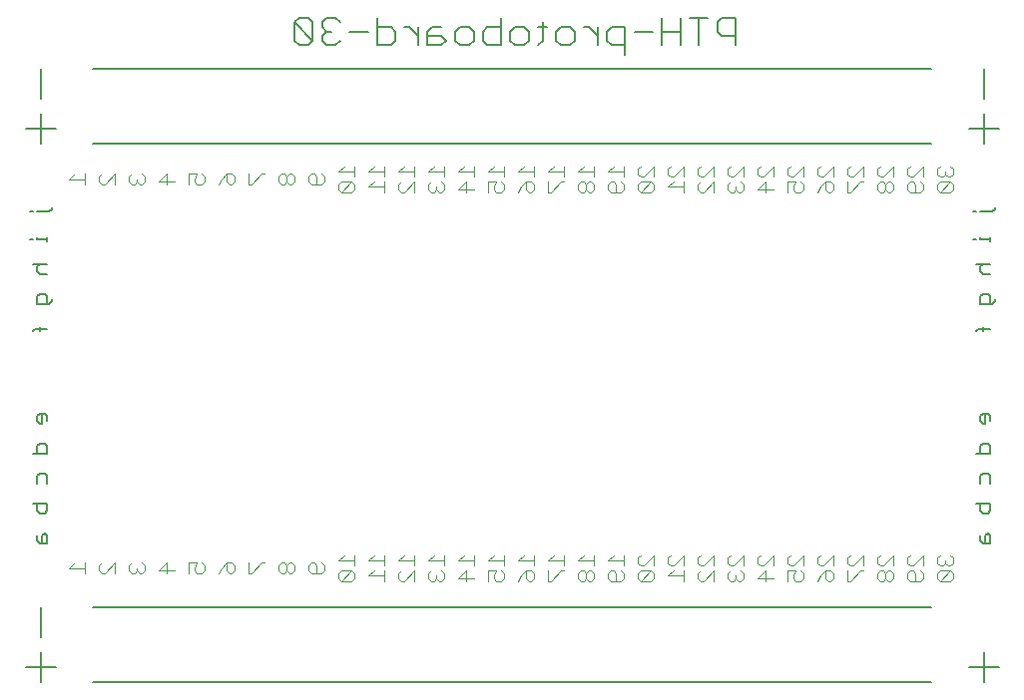
<source format=gbr>
G04 EAGLE Gerber RS-274X export*
G75*
%MOMM*%
%FSLAX34Y34*%
%LPD*%
%INSilkscreen Bottom*%
%IPPOS*%
%AMOC8*
5,1,8,0,0,1.08239X$1,22.5*%
G01*
%ADD10C,0.203200*%
%ADD11C,0.101600*%


D10*
X114300Y577850D02*
X825500Y577850D01*
X825500Y514350D02*
X114300Y514350D01*
X114300Y120650D02*
X825500Y120650D01*
X825500Y57150D02*
X114300Y57150D01*
X69850Y527050D02*
X57150Y527050D01*
X69850Y527050D02*
X82550Y527050D01*
X69850Y527050D02*
X69850Y514350D01*
X69850Y527050D02*
X69850Y539750D01*
X69850Y552450D02*
X69850Y577850D01*
X857250Y527050D02*
X869950Y527050D01*
X882650Y527050D01*
X869950Y527050D02*
X869950Y514350D01*
X869950Y527050D02*
X869950Y539750D01*
X869950Y552450D02*
X869950Y577850D01*
X69850Y69850D02*
X57150Y69850D01*
X69850Y69850D02*
X82550Y69850D01*
X69850Y69850D02*
X69850Y57150D01*
X69850Y69850D02*
X69850Y82550D01*
X69850Y95250D02*
X69850Y120650D01*
X857250Y69850D02*
X869950Y69850D01*
X882650Y69850D01*
X869950Y69850D02*
X869950Y57150D01*
X869950Y69850D02*
X869950Y82550D01*
D11*
X98629Y488641D02*
X94223Y484234D01*
X107442Y484234D01*
X107442Y479828D02*
X107442Y488641D01*
X132842Y488641D02*
X132842Y479828D01*
X132842Y488641D02*
X124029Y479828D01*
X121826Y479828D01*
X119623Y482031D01*
X119623Y486437D01*
X121826Y488641D01*
X145023Y486437D02*
X147226Y488641D01*
X145023Y486437D02*
X145023Y482031D01*
X147226Y479828D01*
X149429Y479828D01*
X151632Y482031D01*
X151632Y484234D01*
X151632Y482031D02*
X153836Y479828D01*
X156039Y479828D01*
X158242Y482031D01*
X158242Y486437D01*
X156039Y488641D01*
X170423Y482031D02*
X183642Y482031D01*
X177032Y488641D02*
X170423Y482031D01*
X177032Y479828D02*
X177032Y488641D01*
X195823Y488641D02*
X195823Y479828D01*
X195823Y488641D02*
X202432Y488641D01*
X200229Y484234D01*
X200229Y482031D01*
X202432Y479828D01*
X206839Y479828D01*
X209042Y482031D01*
X209042Y486437D01*
X206839Y488641D01*
X221223Y479828D02*
X223426Y484234D01*
X227832Y488641D01*
X232239Y488641D01*
X234442Y486437D01*
X234442Y482031D01*
X232239Y479828D01*
X230036Y479828D01*
X227832Y482031D01*
X227832Y488641D01*
X246623Y488641D02*
X246623Y479828D01*
X248826Y479828D01*
X257639Y488641D01*
X259842Y488641D01*
X272023Y486437D02*
X274226Y488641D01*
X272023Y486437D02*
X272023Y482031D01*
X274226Y479828D01*
X276429Y479828D01*
X278632Y482031D01*
X280836Y479828D01*
X283039Y479828D01*
X285242Y482031D01*
X285242Y486437D01*
X283039Y488641D01*
X280836Y488641D01*
X278632Y486437D01*
X276429Y488641D01*
X274226Y488641D01*
X278632Y486437D02*
X278632Y482031D01*
X308439Y488641D02*
X310642Y486437D01*
X310642Y482031D01*
X308439Y479828D01*
X299626Y479828D01*
X297423Y482031D01*
X297423Y486437D01*
X299626Y488641D01*
X301829Y488641D01*
X304032Y486437D01*
X304032Y479828D01*
X322823Y490783D02*
X327229Y495189D01*
X322823Y490783D02*
X336042Y490783D01*
X336042Y495189D02*
X336042Y486376D01*
X333839Y482092D02*
X325026Y482092D01*
X322823Y479889D01*
X322823Y475482D01*
X325026Y473279D01*
X333839Y473279D01*
X336042Y475482D01*
X336042Y479889D01*
X333839Y482092D01*
X325026Y473279D01*
X348223Y490783D02*
X352629Y495189D01*
X348223Y490783D02*
X361442Y490783D01*
X361442Y495189D02*
X361442Y486376D01*
X352629Y482092D02*
X348223Y477686D01*
X361442Y477686D01*
X361442Y482092D02*
X361442Y473279D01*
X373623Y490783D02*
X378029Y495189D01*
X373623Y490783D02*
X386842Y490783D01*
X386842Y495189D02*
X386842Y486376D01*
X386842Y482092D02*
X386842Y473279D01*
X386842Y482092D02*
X378029Y473279D01*
X375826Y473279D01*
X373623Y475482D01*
X373623Y479889D01*
X375826Y482092D01*
X399023Y490783D02*
X403429Y495189D01*
X399023Y490783D02*
X412242Y490783D01*
X412242Y495189D02*
X412242Y486376D01*
X401226Y482092D02*
X399023Y479889D01*
X399023Y475482D01*
X401226Y473279D01*
X403429Y473279D01*
X405632Y475482D01*
X405632Y477686D01*
X405632Y475482D02*
X407836Y473279D01*
X410039Y473279D01*
X412242Y475482D01*
X412242Y479889D01*
X410039Y482092D01*
X424423Y490783D02*
X428829Y495189D01*
X424423Y490783D02*
X437642Y490783D01*
X437642Y495189D02*
X437642Y486376D01*
X437642Y475482D02*
X424423Y475482D01*
X431032Y482092D01*
X431032Y473279D01*
X449823Y490783D02*
X454229Y495189D01*
X449823Y490783D02*
X463042Y490783D01*
X463042Y495189D02*
X463042Y486376D01*
X449823Y482092D02*
X449823Y473279D01*
X449823Y482092D02*
X456432Y482092D01*
X454229Y477686D01*
X454229Y475482D01*
X456432Y473279D01*
X460839Y473279D01*
X463042Y475482D01*
X463042Y479889D01*
X460839Y482092D01*
X475223Y490783D02*
X479629Y495189D01*
X475223Y490783D02*
X488442Y490783D01*
X488442Y495189D02*
X488442Y486376D01*
X477426Y477686D02*
X475223Y473279D01*
X477426Y477686D02*
X481832Y482092D01*
X486239Y482092D01*
X488442Y479889D01*
X488442Y475482D01*
X486239Y473279D01*
X484036Y473279D01*
X481832Y475482D01*
X481832Y482092D01*
X500623Y490783D02*
X505029Y495189D01*
X500623Y490783D02*
X513842Y490783D01*
X513842Y495189D02*
X513842Y486376D01*
X500623Y482092D02*
X500623Y473279D01*
X502826Y473279D01*
X511639Y482092D01*
X513842Y482092D01*
X526023Y490783D02*
X530429Y495189D01*
X526023Y490783D02*
X539242Y490783D01*
X539242Y495189D02*
X539242Y486376D01*
X528226Y482092D02*
X526023Y479889D01*
X526023Y475482D01*
X528226Y473279D01*
X530429Y473279D01*
X532632Y475482D01*
X534836Y473279D01*
X537039Y473279D01*
X539242Y475482D01*
X539242Y479889D01*
X537039Y482092D01*
X534836Y482092D01*
X532632Y479889D01*
X530429Y482092D01*
X528226Y482092D01*
X532632Y479889D02*
X532632Y475482D01*
X551423Y490783D02*
X555829Y495189D01*
X551423Y490783D02*
X564642Y490783D01*
X564642Y495189D02*
X564642Y486376D01*
X562439Y482092D02*
X564642Y479889D01*
X564642Y475482D01*
X562439Y473279D01*
X553626Y473279D01*
X551423Y475482D01*
X551423Y479889D01*
X553626Y482092D01*
X555829Y482092D01*
X558032Y479889D01*
X558032Y473279D01*
X590042Y486376D02*
X590042Y495189D01*
X581229Y486376D01*
X579026Y486376D01*
X576823Y488580D01*
X576823Y492986D01*
X579026Y495189D01*
X579026Y482092D02*
X587839Y482092D01*
X579026Y482092D02*
X576823Y479889D01*
X576823Y475482D01*
X579026Y473279D01*
X587839Y473279D01*
X590042Y475482D01*
X590042Y479889D01*
X587839Y482092D01*
X579026Y473279D01*
X615442Y486376D02*
X615442Y495189D01*
X606629Y486376D01*
X604426Y486376D01*
X602223Y488580D01*
X602223Y492986D01*
X604426Y495189D01*
X606629Y482092D02*
X602223Y477686D01*
X615442Y477686D01*
X615442Y482092D02*
X615442Y473279D01*
X640842Y486376D02*
X640842Y495189D01*
X632029Y486376D01*
X629826Y486376D01*
X627623Y488580D01*
X627623Y492986D01*
X629826Y495189D01*
X640842Y482092D02*
X640842Y473279D01*
X640842Y482092D02*
X632029Y473279D01*
X629826Y473279D01*
X627623Y475482D01*
X627623Y479889D01*
X629826Y482092D01*
X666242Y486376D02*
X666242Y495189D01*
X657429Y486376D01*
X655226Y486376D01*
X653023Y488580D01*
X653023Y492986D01*
X655226Y495189D01*
X655226Y482092D02*
X653023Y479889D01*
X653023Y475482D01*
X655226Y473279D01*
X657429Y473279D01*
X659632Y475482D01*
X659632Y477686D01*
X659632Y475482D02*
X661836Y473279D01*
X664039Y473279D01*
X666242Y475482D01*
X666242Y479889D01*
X664039Y482092D01*
X691642Y486376D02*
X691642Y495189D01*
X682829Y486376D01*
X680626Y486376D01*
X678423Y488580D01*
X678423Y492986D01*
X680626Y495189D01*
X678423Y475482D02*
X691642Y475482D01*
X685032Y482092D02*
X678423Y475482D01*
X685032Y473279D02*
X685032Y482092D01*
X717042Y486376D02*
X717042Y495189D01*
X708229Y486376D01*
X706026Y486376D01*
X703823Y488580D01*
X703823Y492986D01*
X706026Y495189D01*
X703823Y482092D02*
X703823Y473279D01*
X703823Y482092D02*
X710432Y482092D01*
X708229Y477686D01*
X708229Y475482D01*
X710432Y473279D01*
X714839Y473279D01*
X717042Y475482D01*
X717042Y479889D01*
X714839Y482092D01*
X742442Y486376D02*
X742442Y495189D01*
X733629Y486376D01*
X731426Y486376D01*
X729223Y488580D01*
X729223Y492986D01*
X731426Y495189D01*
X731426Y477686D02*
X729223Y473279D01*
X731426Y477686D02*
X735832Y482092D01*
X740239Y482092D01*
X742442Y479889D01*
X742442Y475482D01*
X740239Y473279D01*
X738036Y473279D01*
X735832Y475482D01*
X735832Y482092D01*
X767842Y486376D02*
X767842Y495189D01*
X759029Y486376D01*
X756826Y486376D01*
X754623Y488580D01*
X754623Y492986D01*
X756826Y495189D01*
X754623Y482092D02*
X754623Y473279D01*
X756826Y473279D01*
X765639Y482092D01*
X767842Y482092D01*
X793242Y486376D02*
X793242Y495189D01*
X784429Y486376D01*
X782226Y486376D01*
X780023Y488580D01*
X780023Y492986D01*
X782226Y495189D01*
X782226Y482092D02*
X780023Y479889D01*
X780023Y475482D01*
X782226Y473279D01*
X784429Y473279D01*
X786632Y475482D01*
X788836Y473279D01*
X791039Y473279D01*
X793242Y475482D01*
X793242Y479889D01*
X791039Y482092D01*
X788836Y482092D01*
X786632Y479889D01*
X784429Y482092D01*
X782226Y482092D01*
X786632Y479889D02*
X786632Y475482D01*
X818642Y486376D02*
X818642Y495189D01*
X809829Y486376D01*
X807626Y486376D01*
X805423Y488580D01*
X805423Y492986D01*
X807626Y495189D01*
X816439Y482092D02*
X818642Y479889D01*
X818642Y475482D01*
X816439Y473279D01*
X807626Y473279D01*
X805423Y475482D01*
X805423Y479889D01*
X807626Y482092D01*
X809829Y482092D01*
X812032Y479889D01*
X812032Y473279D01*
X830823Y492986D02*
X833026Y495189D01*
X830823Y492986D02*
X830823Y488580D01*
X833026Y486376D01*
X835229Y486376D01*
X837432Y488580D01*
X837432Y490783D01*
X837432Y488580D02*
X839636Y486376D01*
X841839Y486376D01*
X844042Y488580D01*
X844042Y492986D01*
X841839Y495189D01*
X841839Y482092D02*
X833026Y482092D01*
X830823Y479889D01*
X830823Y475482D01*
X833026Y473279D01*
X841839Y473279D01*
X844042Y475482D01*
X844042Y479889D01*
X841839Y482092D01*
X833026Y473279D01*
D10*
X659384Y597916D02*
X659384Y621304D01*
X647690Y621304D01*
X643792Y617406D01*
X643792Y609610D01*
X647690Y605712D01*
X659384Y605712D01*
X628200Y597916D02*
X628200Y621304D01*
X635996Y621304D02*
X620404Y621304D01*
X612608Y621304D02*
X612608Y597916D01*
X612608Y609610D02*
X597016Y609610D01*
X597016Y621304D02*
X597016Y597916D01*
X589220Y609610D02*
X573628Y609610D01*
X565832Y613508D02*
X565832Y590120D01*
X565832Y613508D02*
X554138Y613508D01*
X550240Y609610D01*
X550240Y601814D01*
X554138Y597916D01*
X565832Y597916D01*
X542444Y597916D02*
X542444Y613508D01*
X542444Y605712D02*
X534648Y613508D01*
X530750Y613508D01*
X519056Y597916D02*
X511260Y597916D01*
X507362Y601814D01*
X507362Y609610D01*
X511260Y613508D01*
X519056Y613508D01*
X522954Y609610D01*
X522954Y601814D01*
X519056Y597916D01*
X495668Y601814D02*
X495668Y617406D01*
X495668Y601814D02*
X491770Y597916D01*
X491770Y613508D02*
X499566Y613508D01*
X480076Y597916D02*
X472280Y597916D01*
X468382Y601814D01*
X468382Y609610D01*
X472280Y613508D01*
X480076Y613508D01*
X483974Y609610D01*
X483974Y601814D01*
X480076Y597916D01*
X460586Y597916D02*
X460586Y621304D01*
X460586Y597916D02*
X448892Y597916D01*
X444994Y601814D01*
X444994Y609610D01*
X448892Y613508D01*
X460586Y613508D01*
X433300Y597916D02*
X425504Y597916D01*
X421606Y601814D01*
X421606Y609610D01*
X425504Y613508D01*
X433300Y613508D01*
X437198Y609610D01*
X437198Y601814D01*
X433300Y597916D01*
X409912Y613508D02*
X402116Y613508D01*
X398218Y609610D01*
X398218Y597916D01*
X409912Y597916D01*
X413810Y601814D01*
X409912Y605712D01*
X398218Y605712D01*
X390422Y597916D02*
X390422Y613508D01*
X390422Y605712D02*
X382626Y613508D01*
X378728Y613508D01*
X355340Y621304D02*
X355340Y597916D01*
X367034Y597916D01*
X370932Y601814D01*
X370932Y609610D01*
X367034Y613508D01*
X355340Y613508D01*
X347544Y609610D02*
X331952Y609610D01*
X324156Y617406D02*
X320259Y621304D01*
X312463Y621304D01*
X308565Y617406D01*
X308565Y613508D01*
X312463Y609610D01*
X316361Y609610D01*
X312463Y609610D02*
X308565Y605712D01*
X308565Y601814D01*
X312463Y597916D01*
X320259Y597916D01*
X324156Y601814D01*
X300769Y601814D02*
X300769Y617406D01*
X296871Y621304D01*
X289075Y621304D01*
X285177Y617406D01*
X285177Y601814D01*
X289075Y597916D01*
X296871Y597916D01*
X300769Y601814D01*
X285177Y617406D01*
X67049Y181299D02*
X67049Y177231D01*
X69083Y175198D01*
X75184Y175198D01*
X75184Y181299D01*
X73150Y183333D01*
X71117Y181299D01*
X71117Y175198D01*
X75184Y208733D02*
X62982Y208733D01*
X75184Y208733D02*
X75184Y202631D01*
X73150Y200598D01*
X69083Y200598D01*
X67049Y202631D01*
X67049Y208733D01*
X67049Y225998D02*
X67049Y232099D01*
X69083Y234133D01*
X73150Y234133D01*
X75184Y232099D01*
X75184Y225998D01*
X75184Y251398D02*
X62982Y251398D01*
X75184Y251398D02*
X75184Y257499D01*
X73150Y259533D01*
X69083Y259533D01*
X67049Y257499D01*
X67049Y251398D01*
X75184Y278831D02*
X75184Y282899D01*
X73150Y284933D01*
X69083Y284933D01*
X67049Y282899D01*
X67049Y278831D01*
X69083Y276798D01*
X71117Y276798D01*
X71117Y284933D01*
X75184Y356916D02*
X65015Y356916D01*
X62982Y354882D01*
X69083Y354882D02*
X69083Y358950D01*
X79251Y380431D02*
X79251Y382465D01*
X79251Y380431D02*
X77218Y378398D01*
X67049Y378398D01*
X67049Y384499D01*
X69083Y386533D01*
X73150Y386533D01*
X75184Y384499D01*
X75184Y378398D01*
X75184Y411933D02*
X62982Y411933D01*
X67049Y409899D02*
X69083Y411933D01*
X67049Y409899D02*
X67049Y405831D01*
X69083Y403798D01*
X75184Y403798D01*
X67049Y433116D02*
X67049Y435150D01*
X67049Y433116D02*
X75184Y433116D01*
X75184Y435150D02*
X75184Y431082D01*
X62982Y433116D02*
X60948Y433116D01*
X79251Y458516D02*
X79251Y460550D01*
X79251Y458516D02*
X77218Y456482D01*
X67049Y456482D01*
X62982Y456482D02*
X60948Y456482D01*
X867149Y181299D02*
X867149Y177231D01*
X869183Y175198D01*
X875284Y175198D01*
X875284Y181299D01*
X873250Y183333D01*
X871217Y181299D01*
X871217Y175198D01*
X875284Y208733D02*
X863082Y208733D01*
X875284Y208733D02*
X875284Y202631D01*
X873250Y200598D01*
X869183Y200598D01*
X867149Y202631D01*
X867149Y208733D01*
X867149Y225998D02*
X867149Y232099D01*
X869183Y234133D01*
X873250Y234133D01*
X875284Y232099D01*
X875284Y225998D01*
X875284Y251398D02*
X863082Y251398D01*
X875284Y251398D02*
X875284Y257499D01*
X873250Y259533D01*
X869183Y259533D01*
X867149Y257499D01*
X867149Y251398D01*
X875284Y278831D02*
X875284Y282899D01*
X873250Y284933D01*
X869183Y284933D01*
X867149Y282899D01*
X867149Y278831D01*
X869183Y276798D01*
X871217Y276798D01*
X871217Y284933D01*
X875284Y356916D02*
X865115Y356916D01*
X863082Y354882D01*
X869183Y354882D02*
X869183Y358950D01*
X879351Y380431D02*
X879351Y382465D01*
X879351Y380431D02*
X877318Y378398D01*
X867149Y378398D01*
X867149Y384499D01*
X869183Y386533D01*
X873250Y386533D01*
X875284Y384499D01*
X875284Y378398D01*
X875284Y411933D02*
X863082Y411933D01*
X867149Y409899D02*
X869183Y411933D01*
X867149Y409899D02*
X867149Y405831D01*
X869183Y403798D01*
X875284Y403798D01*
X867149Y433116D02*
X867149Y435150D01*
X867149Y433116D02*
X875284Y433116D01*
X875284Y435150D02*
X875284Y431082D01*
X863082Y433116D02*
X861048Y433116D01*
X879351Y458516D02*
X879351Y460550D01*
X879351Y458516D02*
X877318Y456482D01*
X867149Y456482D01*
X863082Y456482D02*
X861048Y456482D01*
D11*
X98629Y158441D02*
X94223Y154034D01*
X107442Y154034D01*
X107442Y149628D02*
X107442Y158441D01*
X132842Y158441D02*
X132842Y149628D01*
X132842Y158441D02*
X124029Y149628D01*
X121826Y149628D01*
X119623Y151831D01*
X119623Y156237D01*
X121826Y158441D01*
X145023Y156237D02*
X147226Y158441D01*
X145023Y156237D02*
X145023Y151831D01*
X147226Y149628D01*
X149429Y149628D01*
X151632Y151831D01*
X151632Y154034D01*
X151632Y151831D02*
X153836Y149628D01*
X156039Y149628D01*
X158242Y151831D01*
X158242Y156237D01*
X156039Y158441D01*
X170423Y151831D02*
X183642Y151831D01*
X177032Y158441D02*
X170423Y151831D01*
X177032Y149628D02*
X177032Y158441D01*
X195823Y158441D02*
X195823Y149628D01*
X195823Y158441D02*
X202432Y158441D01*
X200229Y154034D01*
X200229Y151831D01*
X202432Y149628D01*
X206839Y149628D01*
X209042Y151831D01*
X209042Y156237D01*
X206839Y158441D01*
X221223Y149628D02*
X223426Y154034D01*
X227832Y158441D01*
X232239Y158441D01*
X234442Y156237D01*
X234442Y151831D01*
X232239Y149628D01*
X230036Y149628D01*
X227832Y151831D01*
X227832Y158441D01*
X246623Y158441D02*
X246623Y149628D01*
X248826Y149628D01*
X257639Y158441D01*
X259842Y158441D01*
X272023Y156237D02*
X274226Y158441D01*
X272023Y156237D02*
X272023Y151831D01*
X274226Y149628D01*
X276429Y149628D01*
X278632Y151831D01*
X280836Y149628D01*
X283039Y149628D01*
X285242Y151831D01*
X285242Y156237D01*
X283039Y158441D01*
X280836Y158441D01*
X278632Y156237D01*
X276429Y158441D01*
X274226Y158441D01*
X278632Y156237D02*
X278632Y151831D01*
X308439Y158441D02*
X310642Y156237D01*
X310642Y151831D01*
X308439Y149628D01*
X299626Y149628D01*
X297423Y151831D01*
X297423Y156237D01*
X299626Y158441D01*
X301829Y158441D01*
X304032Y156237D01*
X304032Y149628D01*
X322823Y160583D02*
X327229Y164989D01*
X322823Y160583D02*
X336042Y160583D01*
X336042Y164989D02*
X336042Y156176D01*
X333839Y151892D02*
X325026Y151892D01*
X322823Y149689D01*
X322823Y145282D01*
X325026Y143079D01*
X333839Y143079D01*
X336042Y145282D01*
X336042Y149689D01*
X333839Y151892D01*
X325026Y143079D01*
X348223Y160583D02*
X352629Y164989D01*
X348223Y160583D02*
X361442Y160583D01*
X361442Y164989D02*
X361442Y156176D01*
X352629Y151892D02*
X348223Y147486D01*
X361442Y147486D01*
X361442Y151892D02*
X361442Y143079D01*
X373623Y160583D02*
X378029Y164989D01*
X373623Y160583D02*
X386842Y160583D01*
X386842Y164989D02*
X386842Y156176D01*
X386842Y151892D02*
X386842Y143079D01*
X386842Y151892D02*
X378029Y143079D01*
X375826Y143079D01*
X373623Y145282D01*
X373623Y149689D01*
X375826Y151892D01*
X399023Y160583D02*
X403429Y164989D01*
X399023Y160583D02*
X412242Y160583D01*
X412242Y164989D02*
X412242Y156176D01*
X401226Y151892D02*
X399023Y149689D01*
X399023Y145282D01*
X401226Y143079D01*
X403429Y143079D01*
X405632Y145282D01*
X405632Y147486D01*
X405632Y145282D02*
X407836Y143079D01*
X410039Y143079D01*
X412242Y145282D01*
X412242Y149689D01*
X410039Y151892D01*
X424423Y160583D02*
X428829Y164989D01*
X424423Y160583D02*
X437642Y160583D01*
X437642Y164989D02*
X437642Y156176D01*
X437642Y145282D02*
X424423Y145282D01*
X431032Y151892D01*
X431032Y143079D01*
X449823Y160583D02*
X454229Y164989D01*
X449823Y160583D02*
X463042Y160583D01*
X463042Y164989D02*
X463042Y156176D01*
X449823Y151892D02*
X449823Y143079D01*
X449823Y151892D02*
X456432Y151892D01*
X454229Y147486D01*
X454229Y145282D01*
X456432Y143079D01*
X460839Y143079D01*
X463042Y145282D01*
X463042Y149689D01*
X460839Y151892D01*
X475223Y160583D02*
X479629Y164989D01*
X475223Y160583D02*
X488442Y160583D01*
X488442Y164989D02*
X488442Y156176D01*
X477426Y147486D02*
X475223Y143079D01*
X477426Y147486D02*
X481832Y151892D01*
X486239Y151892D01*
X488442Y149689D01*
X488442Y145282D01*
X486239Y143079D01*
X484036Y143079D01*
X481832Y145282D01*
X481832Y151892D01*
X500623Y160583D02*
X505029Y164989D01*
X500623Y160583D02*
X513842Y160583D01*
X513842Y164989D02*
X513842Y156176D01*
X500623Y151892D02*
X500623Y143079D01*
X502826Y143079D01*
X511639Y151892D01*
X513842Y151892D01*
X526023Y160583D02*
X530429Y164989D01*
X526023Y160583D02*
X539242Y160583D01*
X539242Y164989D02*
X539242Y156176D01*
X528226Y151892D02*
X526023Y149689D01*
X526023Y145282D01*
X528226Y143079D01*
X530429Y143079D01*
X532632Y145282D01*
X534836Y143079D01*
X537039Y143079D01*
X539242Y145282D01*
X539242Y149689D01*
X537039Y151892D01*
X534836Y151892D01*
X532632Y149689D01*
X530429Y151892D01*
X528226Y151892D01*
X532632Y149689D02*
X532632Y145282D01*
X551423Y160583D02*
X555829Y164989D01*
X551423Y160583D02*
X564642Y160583D01*
X564642Y164989D02*
X564642Y156176D01*
X562439Y151892D02*
X564642Y149689D01*
X564642Y145282D01*
X562439Y143079D01*
X553626Y143079D01*
X551423Y145282D01*
X551423Y149689D01*
X553626Y151892D01*
X555829Y151892D01*
X558032Y149689D01*
X558032Y143079D01*
X590042Y156176D02*
X590042Y164989D01*
X581229Y156176D01*
X579026Y156176D01*
X576823Y158380D01*
X576823Y162786D01*
X579026Y164989D01*
X579026Y151892D02*
X587839Y151892D01*
X579026Y151892D02*
X576823Y149689D01*
X576823Y145282D01*
X579026Y143079D01*
X587839Y143079D01*
X590042Y145282D01*
X590042Y149689D01*
X587839Y151892D01*
X579026Y143079D01*
X615442Y156176D02*
X615442Y164989D01*
X606629Y156176D01*
X604426Y156176D01*
X602223Y158380D01*
X602223Y162786D01*
X604426Y164989D01*
X606629Y151892D02*
X602223Y147486D01*
X615442Y147486D01*
X615442Y151892D02*
X615442Y143079D01*
X640842Y156176D02*
X640842Y164989D01*
X632029Y156176D01*
X629826Y156176D01*
X627623Y158380D01*
X627623Y162786D01*
X629826Y164989D01*
X640842Y151892D02*
X640842Y143079D01*
X640842Y151892D02*
X632029Y143079D01*
X629826Y143079D01*
X627623Y145282D01*
X627623Y149689D01*
X629826Y151892D01*
X666242Y156176D02*
X666242Y164989D01*
X657429Y156176D01*
X655226Y156176D01*
X653023Y158380D01*
X653023Y162786D01*
X655226Y164989D01*
X655226Y151892D02*
X653023Y149689D01*
X653023Y145282D01*
X655226Y143079D01*
X657429Y143079D01*
X659632Y145282D01*
X659632Y147486D01*
X659632Y145282D02*
X661836Y143079D01*
X664039Y143079D01*
X666242Y145282D01*
X666242Y149689D01*
X664039Y151892D01*
X691642Y156176D02*
X691642Y164989D01*
X682829Y156176D01*
X680626Y156176D01*
X678423Y158380D01*
X678423Y162786D01*
X680626Y164989D01*
X678423Y145282D02*
X691642Y145282D01*
X685032Y151892D02*
X678423Y145282D01*
X685032Y143079D02*
X685032Y151892D01*
X717042Y156176D02*
X717042Y164989D01*
X708229Y156176D01*
X706026Y156176D01*
X703823Y158380D01*
X703823Y162786D01*
X706026Y164989D01*
X703823Y151892D02*
X703823Y143079D01*
X703823Y151892D02*
X710432Y151892D01*
X708229Y147486D01*
X708229Y145282D01*
X710432Y143079D01*
X714839Y143079D01*
X717042Y145282D01*
X717042Y149689D01*
X714839Y151892D01*
X742442Y156176D02*
X742442Y164989D01*
X733629Y156176D01*
X731426Y156176D01*
X729223Y158380D01*
X729223Y162786D01*
X731426Y164989D01*
X731426Y147486D02*
X729223Y143079D01*
X731426Y147486D02*
X735832Y151892D01*
X740239Y151892D01*
X742442Y149689D01*
X742442Y145282D01*
X740239Y143079D01*
X738036Y143079D01*
X735832Y145282D01*
X735832Y151892D01*
X767842Y156176D02*
X767842Y164989D01*
X759029Y156176D01*
X756826Y156176D01*
X754623Y158380D01*
X754623Y162786D01*
X756826Y164989D01*
X754623Y151892D02*
X754623Y143079D01*
X756826Y143079D01*
X765639Y151892D01*
X767842Y151892D01*
X793242Y156176D02*
X793242Y164989D01*
X784429Y156176D01*
X782226Y156176D01*
X780023Y158380D01*
X780023Y162786D01*
X782226Y164989D01*
X782226Y151892D02*
X780023Y149689D01*
X780023Y145282D01*
X782226Y143079D01*
X784429Y143079D01*
X786632Y145282D01*
X788836Y143079D01*
X791039Y143079D01*
X793242Y145282D01*
X793242Y149689D01*
X791039Y151892D01*
X788836Y151892D01*
X786632Y149689D01*
X784429Y151892D01*
X782226Y151892D01*
X786632Y149689D02*
X786632Y145282D01*
X818642Y156176D02*
X818642Y164989D01*
X809829Y156176D01*
X807626Y156176D01*
X805423Y158380D01*
X805423Y162786D01*
X807626Y164989D01*
X816439Y151892D02*
X818642Y149689D01*
X818642Y145282D01*
X816439Y143079D01*
X807626Y143079D01*
X805423Y145282D01*
X805423Y149689D01*
X807626Y151892D01*
X809829Y151892D01*
X812032Y149689D01*
X812032Y143079D01*
X830823Y162786D02*
X833026Y164989D01*
X830823Y162786D02*
X830823Y158380D01*
X833026Y156176D01*
X835229Y156176D01*
X837432Y158380D01*
X837432Y160583D01*
X837432Y158380D02*
X839636Y156176D01*
X841839Y156176D01*
X844042Y158380D01*
X844042Y162786D01*
X841839Y164989D01*
X841839Y151892D02*
X833026Y151892D01*
X830823Y149689D01*
X830823Y145282D01*
X833026Y143079D01*
X841839Y143079D01*
X844042Y145282D01*
X844042Y149689D01*
X841839Y151892D01*
X833026Y143079D01*
M02*

</source>
